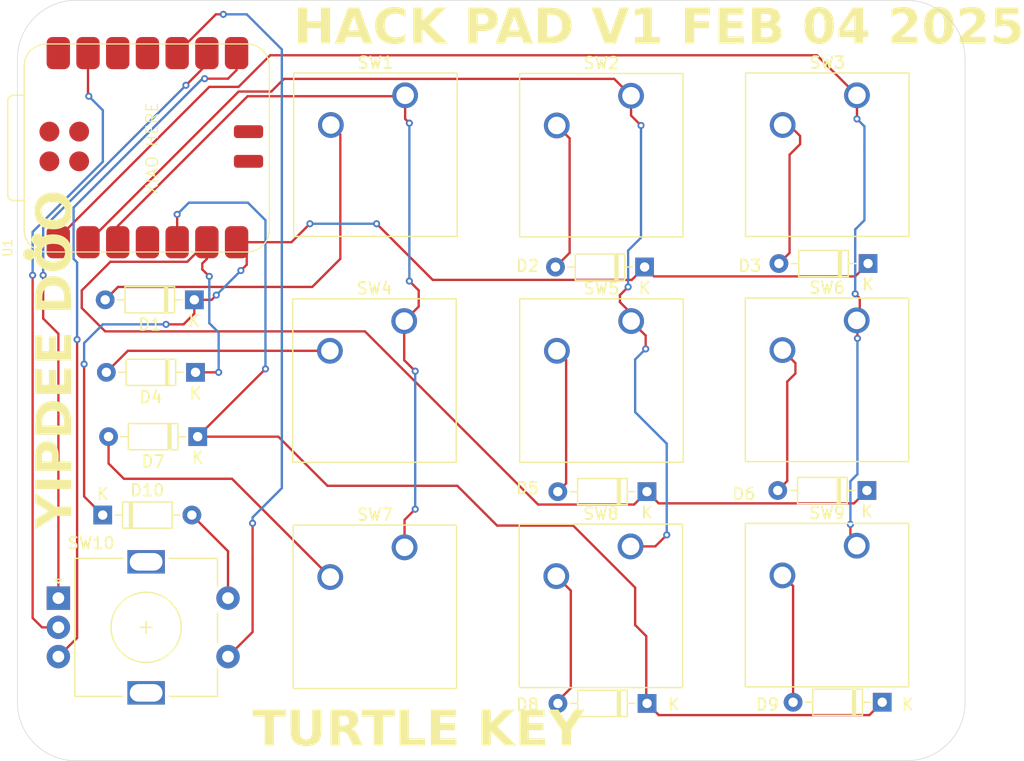
<source format=kicad_pcb>
(kicad_pcb (version 20240108) (generator "pcbnew") (generator_version "8.0")
  (layers (0 "F.Cu" signal) (31 "B.Cu" signal) (34 "B.Paste" user) (35 "F.Paste" user) (36 "B.SilkS" user "B.Silkscreen") (37 "F.SilkS" user "F.Silkscreen") (38 "B.Mask" user) (39 "F.Mask" user) (44 "Edge.Cuts" user))
  (net 0 "")
  (net 1 "ROW0")
  (net 2 "Net-(D3-A)")
  (net 3 "Net-(D4-A)")
  (net 4 "ROW1")
  (net 5 "Net-(D6-A)")
  (net 6 "Net-(D7-A)")
  (net 7 "GND")
  (net 8 "COL0")
  (net 9 "COL1")
  (net 18 "Net-(D1-A)")
  (net 19 "ROW2")
  (net 20 "Net-(D2-A)")
  (net 21 "Net-(D5-A)")
  (net 22 "Net-(D8-A)")
  (net 23 "Net-(D9-A)")
  (net 24 "COL2")
  (net 27 "ECSW2")
  (net 28 "ECB")
  (net 29 "ECA")
  (net 30 "COL3")
  (footprint "Diode_THT:D_DO-35_SOD27_P7.62mm_Horizontal" (layer "F.Cu") (at 118.32 118.8 180)
    (property "Reference" "D9" (at 9.82 -0.2 0) (layer "F.SilkS"))
    (property "Value" "D")
    (fp_line (start 6.58 0) (end 5.93 0) (stroke (width 0.12)) (layer "F.SilkS"))
    (fp_line (start 5.93 1.12) (end 5.93 -1.12) (stroke (width 0.12)) (layer "F.SilkS"))
    (fp_line (start 5.93 -1.12) (end 1.69 -1.12) (stroke (width 0.12)) (layer "F.SilkS"))
    (fp_line (start 2.53 -1.12) (end 2.53 1.12) (stroke (width 0.12)) (layer "F.SilkS"))
    (fp_line (start 2.41 -1.12) (end 2.41 1.12) (stroke (width 0.12)) (layer "F.SilkS"))
    (fp_line (start 2.29 -1.12) (end 2.29 1.12) (stroke (width 0.12)) (layer "F.SilkS"))
    (fp_line (start 1.69 1.12) (end 5.93 1.12) (stroke (width 0.12)) (layer "F.SilkS"))
    (fp_line (start 1.69 -1.12) (end 1.69 1.12) (stroke (width 0.12)) (layer "F.SilkS"))
    (fp_line (start 1.04 0) (end 1.69 0) (stroke (width 0.12)) (layer "F.SilkS"))
    (fp_text user "K" (at -2.18 -0.2 0) (layer "F.SilkS"))
    (pad "1" thru_hole rect (at 0 0 180) (size 1.6 1.6) (drill 0.8) (layers "*.Cu" "*.Mask") (net 19 "ROW2"))
    (pad "2" thru_hole oval (at 7.62 0 180) (size 1.6 1.6) (drill 0.8) (layers "*.Cu" "*.Mask") (net 23 "Net-(D9-A)"))
  )
  (footprint "macropad:RotaryEncoder_Alps_EC11E-Switch_Vertical_H20mm" (layer "F.Cu") (at 47.9 109.9)
    (property "Reference" "SW10" (at 2.8 -4.7 0) (layer "F.SilkS"))
    (property "Value" "RotaryEncoder_Switch")
    (fp_line (start -0.3 -1.6) (end 0.3 -1.6) (stroke (width 0.12)) (layer "F.SilkS"))
    (fp_line (start 0 -1.3) (end -0.3 -1.6) (stroke (width 0.12)) (layer "F.SilkS"))
    (fp_line (start 0.3 -1.6) (end 0 -1.3) (stroke (width 0.12)) (layer "F.SilkS"))
    (fp_line (start 1.4 -3.4) (end 1.4 8.4) (stroke (width 0.12)) (layer "F.SilkS"))
    (fp_line (start 5.5 -3.4) (end 1.4 -3.4) (stroke (width 0.12)) (layer "F.SilkS"))
    (fp_line (start 5.5 8.4) (end 1.4 8.4) (stroke (width 0.12)) (layer "F.SilkS"))
    (fp_line (start 7 2.5) (end 8 2.5) (stroke (width 0.12)) (layer "F.SilkS"))
    (fp_line (start 7.5 2) (end 7.5 3) (stroke (width 0.12)) (layer "F.SilkS"))
    (fp_line (start 9.5 -3.4) (end 13.6 -3.4) (stroke (width 0.12)) (layer "F.SilkS"))
    (fp_line (start 13.6 -3.4) (end 13.6 -1) (stroke (width 0.12)) (layer "F.SilkS"))
    (fp_line (start 13.6 1.2) (end 13.6 3.8) (stroke (width 0.12)) (layer "F.SilkS"))
    (fp_line (start 13.6 6) (end 13.6 8.4) (stroke (width 0.12)) (layer "F.SilkS"))
    (fp_line (start 13.6 8.4) (end 9.5 8.4) (stroke (width 0.12)) (layer "F.SilkS"))
    (fp_circle (center 7.5 2.5) (end 10.5 2.5) (stroke (width 0.12)) (fill none) (layer "F.SilkS"))
    (pad "A" thru_hole rect (at 0 0) (size 2 2) (drill 1) (layers "*.Cu" "*.Mask") (net 29 "ECA"))
    (pad "B" thru_hole circle (at 0 5) (size 2 2) (drill 1) (layers "*.Cu" "*.Mask") (net 28 "ECB"))
    (pad "C" thru_hole circle (at 0 2.5) (size 2 2) (drill 1) (layers "*.Cu" "*.Mask") (net 7 "GND"))
    (pad "MP" thru_hole rect (at 7.5 -3.1) (size 3.2 2) (drill oval 2.8 1.5) (layers "*.Cu" "*.Mask"))
    (pad "MP" thru_hole rect (at 7.5 8.1) (size 3.2 2) (drill oval 2.8 1.5) (layers "*.Cu" "*.Mask"))
    (pad "S1" thru_hole circle (at 14.5 5) (size 2 2) (drill 1) (layers "*.Cu" "*.Mask") (net 30 "COL3"))
    (pad "S2" thru_hole circle (at 14.5 0) (size 2 2) (drill 1) (layers "*.Cu" "*.Mask") (net 27 "ECSW2"))
  )
  (footprint "macropad:SW_Cherry_MX_1.00u_PCB" (layer "F.Cu") (at 77.49 105.56)
    (property "Reference" "SW7" (at -2.54 -2.794 0) (layer "F.SilkS"))
    (property "Value" "~")
    (fp_line (start -9.525 -1.905) (end 4.445 -1.905) (stroke (width 0.12)) (layer "F.SilkS"))
    (fp_line (start -9.525 12.065) (end -9.525 -1.905) (stroke (width 0.12)) (layer "F.SilkS"))
    (fp_line (start 4.445 -1.905) (end 4.445 12.065) (stroke (width 0.12)) (layer "F.SilkS"))
    (fp_line (start 4.445 12.065) (end -9.525 12.065) (stroke (width 0.12)) (layer "F.SilkS"))
    (pad "" np_thru_hole circle (at -7.62 5.08) (size 1.7 1.7) (drill 1.7) (layers "*.Cu" "*.Mask"))
    (pad "" np_thru_hole circle (at -2.54 5.08) (size 4 4) (drill 4) (layers "*.Cu" "*.Mask"))
    (pad "" np_thru_hole circle (at 2.54 5.08) (size 1.7 1.7) (drill 1.7) (layers "*.Cu" "*.Mask"))
    (pad "1" thru_hole circle (at 0 0) (size 2.2 2.2) (drill 1.5) (layers "*.Cu" "*.Mask") (net 8 "COL0"))
    (pad "2" thru_hole circle (at -6.35 2.54) (size 2.2 2.2) (drill 1.5) (layers "*.Cu" "*.Mask") (net 6 "Net-(D7-A)"))
  )
  (footprint "macropad:SW_Cherry_MX_1.00u_PCB" (layer "F.Cu") (at 77.46 86.22)
    (property "Reference" "SW4" (at -2.54 -2.794 0) (layer "F.SilkS"))
    (property "Value" "SW_Push_45deg")
    (fp_line (start -9.525 -1.905) (end 4.445 -1.905) (stroke (width 0.12)) (layer "F.SilkS"))
    (fp_line (start -9.525 12.065) (end -9.525 -1.905) (stroke (width 0.12)) (layer "F.SilkS"))
    (fp_line (start 4.445 -1.905) (end 4.445 12.065) (stroke (width 0.12)) (layer "F.SilkS"))
    (fp_line (start 4.445 12.065) (end -9.525 12.065) (stroke (width 0.12)) (layer "F.SilkS"))
    (pad "" np_thru_hole circle (at -7.62 5.08) (size 1.7 1.7) (drill 1.7) (layers "*.Cu" "*.Mask"))
    (pad "" np_thru_hole circle (at -2.54 5.08) (size 4 4) (drill 4) (layers "*.Cu" "*.Mask"))
    (pad "" np_thru_hole circle (at 2.54 5.08) (size 1.7 1.7) (drill 1.7) (layers "*.Cu" "*.Mask"))
    (pad "1" thru_hole circle (at 0 0) (size 2.2 2.2) (drill 1.5) (layers "*.Cu" "*.Mask") (net 8 "COL0"))
    (pad "2" thru_hole circle (at -6.35 2.54) (size 2.2 2.2) (drill 1.5) (layers "*.Cu" "*.Mask") (net 3 "Net-(D4-A)"))
  )
  (footprint "Diode_THT:D_DO-35_SOD27_P7.62mm_Horizontal" (layer "F.Cu") (at 98.22 118.9 180)
    (property "Reference" "D8" (at 10.22 -0.1 0) (layer "F.SilkS"))
    (property "Value" "D")
    (fp_line (start 6.58 0) (end 5.93 0) (stroke (width 0.12)) (layer "F.SilkS"))
    (fp_line (start 5.93 1.12) (end 5.93 -1.12) (stroke (width 0.12)) (layer "F.SilkS"))
    (fp_line (start 5.93 -1.12) (end 1.69 -1.12) (stroke (width 0.12)) (layer "F.SilkS"))
    (fp_line (start 2.53 -1.12) (end 2.53 1.12) (stroke (width 0.12)) (layer "F.SilkS"))
    (fp_line (start 2.41 -1.12) (end 2.41 1.12) (stroke (width 0.12)) (layer "F.SilkS"))
    (fp_line (start 2.29 -1.12) (end 2.29 1.12) (stroke (width 0.12)) (layer "F.SilkS"))
    (fp_line (start 1.69 1.12) (end 5.93 1.12) (stroke (width 0.12)) (layer "F.SilkS"))
    (fp_line (start 1.69 -1.12) (end 1.69 1.12) (stroke (width 0.12)) (layer "F.SilkS"))
    (fp_line (start 1.04 0) (end 1.69 0) (stroke (width 0.12)) (layer "F.SilkS"))
    (fp_text user "K" (at -2.28 -0.1 0) (layer "F.SilkS"))
    (pad "1" thru_hole rect (at 0 0 180) (size 1.6 1.6) (drill 0.8) (layers "*.Cu" "*.Mask") (net 19 "ROW2"))
    (pad "2" thru_hole oval (at 7.62 0 180) (size 1.6 1.6) (drill 0.8) (layers "*.Cu" "*.Mask") (net 22 "Net-(D8-A)"))
  )
  (footprint "macropad:XIAO-RP2040-SMD" (layer "F.Cu") (at 55.512 71.478 90)
    (property "Reference" "U1" (at -9.335 -11.5 90) (layer "F.SilkS") (effects (font (size 0.78232 0.78232) (thickness 0.10668)) (justify left bottom)))
    (property "Value" "Seeed Studio XIAO RP2040")
    (fp_line (start -3.936272 -11.947) (end 4.059 -11.947) (stroke (width 0.127)) (layer "F.SilkS"))
    (fp_line (start 4.559 -11.447) (end 4.559 -10.537) (stroke (width 0.127)) (layer "F.SilkS"))
    (fp_line (start 7.04 -10.537) (end -6.93 -10.537) (stroke (width 0.1)) (layer "F.SilkS"))
    (fp_line (start -4.44 -10.537) (end -4.436272 -11.447272) (stroke (width 0.127)) (layer "F.SilkS"))
    (fp_line (start 8.945 8.513) (end 8.945 -8.632) (stroke (width 0.1)) (layer "F.SilkS"))
    (fp_line (start -8.835 8.513) (end -8.835 -8.632) (stroke (width 0.1)) (layer "F.SilkS"))
    (fp_line (start -6.93 10.418) (end 7.04 10.418) (stroke (width 0.1)) (layer "F.SilkS"))
    (fp_arc (start 4.059 -11.947) (mid 4.412553 -11.800553) (end 4.559 -11.447) (stroke (width 0.127)) (layer "F.SilkS"))
    (fp_arc (start -4.436272 -11.447272) (mid -4.289724 -11.800644) (end -3.936272 -11.947) (stroke (width 0.127)) (layer "F.SilkS"))
    (fp_arc (start 7.04 -10.537) (mid 8.387038 -9.979038) (end 8.945 -8.632) (stroke (width 0.1)) (layer "F.SilkS"))
    (fp_arc (start -8.835 -8.636) (mid -8.277038 -9.983038) (end -6.93 -10.541) (stroke (width 0.1)) (layer "F.SilkS"))
    (fp_arc (start 8.945 8.513) (mid 8.387038 9.860038) (end 7.04 10.418) (stroke (width 0.1)) (layer "F.SilkS"))
    (fp_arc (start -6.93 10.418) (mid -8.277038 9.860038) (end -8.835 8.513) (stroke (width 0.1)) (layer "F.SilkS"))
    (fp_circle (center -9.045 -10.121) (end -9.045 -10.375) (stroke (width 0.5)) (fill solid) (layer "F.SilkS"))
    (fp_circle (center -7.771 -9.404) (end -7.771 -9.658) (stroke (width 0.5)) (fill solid) (layer "F.SilkS"))
    (pad "1" smd roundrect (at -8 -7.62 90) (size 2.75 2) (layers "F.Cu" "F.Paste" "F.Mask") (net 24 "COL2"))
    (pad "2" smd roundrect (at -8 -5.08 90) (size 2.75 2) (layers "F.Cu" "F.Paste" "F.Mask") (net 9 "COL1"))
    (pad "3" smd roundrect (at -8 -2.54 90) (size 2.75 2) (layers "F.Cu" "F.Paste" "F.Mask") (net 8 "COL0"))
    (pad "4" smd roundrect (at -8 0 90) (size 2.75 2) (layers "F.Cu" "F.Paste" "F.Mask"))
    (pad "5" smd roundrect (at -8 2.54 90) (size 2.75 2) (layers "F.Cu" "F.Paste" "F.Mask") (net 19 "ROW2"))
    (pad "6" smd roundrect (at -8 5.08 90) (size 2.75 2) (layers "F.Cu" "F.Paste" "F.Mask") (net 4 "ROW1"))
    (pad "7" smd roundrect (at -8 7.62 90) (size 2.75 2) (layers "F.Cu" "F.Paste" "F.Mask") (net 1 "ROW0"))
    (pad "8" smd roundrect (at 8.165 7.62 90) (size 2.75 2) (layers "F.Cu" "F.Paste" "F.Mask") (net 28 "ECB"))
    (pad "9" smd roundrect (at 8.165 5.08 90) (size 2.75 2) (layers "F.Cu" "F.Paste" "F.Mask") (net 29 "ECA"))
    (pad "10" smd roundrect (at 8.165 2.54 90) (size 2.75 2) (layers "F.Cu" "F.Paste" "F.Mask") (net 30 "COL3"))
    (pad "11" smd roundrect (at 8.165 0 90) (size 2.75 2) (layers "F.Cu" "F.Paste" "F.Mask"))
    (pad "12" smd roundrect (at 8.165 -2.54 90) (size 2.75 2) (layers "F.Cu" "F.Paste" "F.Mask"))
    (pad "13" smd roundrect (at 8.165 -5.08 90) (size 2.75 2) (layers "F.Cu" "F.Paste" "F.Mask") (net 7 "GND"))
    (pad "14" smd roundrect (at 8.165 -7.62 90) (size 2.75 2) (layers "F.Cu" "F.Paste" "F.Mask"))
    (pad "15" smd roundrect (at -1.088 8.64) (size 2.5 1.1) (layers "F.Cu" "F.Paste" "F.Mask"))
    (pad "16" smd roundrect (at 1.452 8.64) (size 2.5 1.1) (layers "F.Cu" "F.Paste" "F.Mask"))
    (pad "17" smd circle (at -1.088 -8.378 90) (size 1.7 1.7) (layers "F.Cu" "F.Paste" "F.Mask"))
    (pad "18" smd circle (at 1.452 -8.378 90) (size 1.7 1.7) (layers "F.Cu" "F.Paste" "F.Mask"))
    (pad "19" smd circle (at -1.088 -5.838 90) (size 1.7 1.7) (layers "F.Cu" "F.Paste" "F.Mask"))
    (pad "20" smd circle (at 1.452 -5.838 90) (size 1.7 1.7) (layers "F.Cu" "F.Paste" "F.Mask"))
  )
  (footprint "macropad:SW_Cherry_MX_1.00u_PCB" (layer "F.Cu") (at 96.85 66.96)
    (property "Reference" "SW2" (at -2.54 -2.794 0) (layer "F.SilkS"))
    (property "Value" "SW_Push_45deg")
    (fp_line (start -9.525 -1.905) (end 4.445 -1.905) (stroke (width 0.12)) (layer "F.SilkS"))
    (fp_line (start -9.525 12.065) (end -9.525 -1.905) (stroke (width 0.12)) (layer "F.SilkS"))
    (fp_line (start 4.445 -1.905) (end 4.445 12.065) (stroke (width 0.12)) (layer "F.SilkS"))
    (fp_line (start 4.445 12.065) (end -9.525 12.065) (stroke (width 0.12)) (layer "F.SilkS"))
    (pad "" np_thru_hole circle (at -7.62 5.08) (size 1.7 1.7) (drill 1.7) (layers "*.Cu" "*.Mask"))
    (pad "" np_thru_hole circle (at -2.54 5.08) (size 4 4) (drill 4) (layers "*.Cu" "*.Mask"))
    (pad "" np_thru_hole circle (at 2.54 5.08) (size 1.7 1.7) (drill 1.7) (layers "*.Cu" "*.Mask"))
    (pad "1" thru_hole circle (at 0 0) (size 2.2 2.2) (drill 1.5) (layers "*.Cu" "*.Mask") (net 9 "COL1"))
    (pad "2" thru_hole circle (at -6.35 2.54) (size 2.2 2.2) (drill 1.5) (layers "*.Cu" "*.Mask") (net 20 "Net-(D2-A)"))
  )
  (footprint "macropad:SW_Cherry_MX_1.00u_PCB" (layer "F.Cu") (at 96.86 86.22)
    (property "Reference" "SW5" (at -2.54 -2.794 0) (layer "F.SilkS"))
    (property "Value" "SW_Push_45deg")
    (fp_line (start -9.525 -1.905) (end 4.445 -1.905) (stroke (width 0.12)) (layer "F.SilkS"))
    (fp_line (start -9.525 12.065) (end -9.525 -1.905) (stroke (width 0.12)) (layer "F.SilkS"))
    (fp_line (start 4.445 -1.905) (end 4.445 12.065) (stroke (width 0.12)) (layer "F.SilkS"))
    (fp_line (start 4.445 12.065) (end -9.525 12.065) (stroke (width 0.12)) (layer "F.SilkS"))
    (pad "" np_thru_hole circle (at -7.62 5.08) (size 1.7 1.7) (drill 1.7) (layers "*.Cu" "*.Mask"))
    (pad "" np_thru_hole circle (at -2.54 5.08) (size 4 4) (drill 4) (layers "*.Cu" "*.Mask"))
    (pad "" np_thru_hole circle (at 2.54 5.08) (size 1.7 1.7) (drill 1.7) (layers "*.Cu" "*.Mask"))
    (pad "1" thru_hole circle (at 0 0) (size 2.2 2.2) (drill 1.5) (layers "*.Cu" "*.Mask") (net 9 "COL1"))
    (pad "2" thru_hole circle (at -6.35 2.54) (size 2.2 2.2) (drill 1.5) (layers "*.Cu" "*.Mask") (net 21 "Net-(D5-A)"))
  )
  (footprint "macropad:SW_Cherry_MX_1.00u_PCB" (layer "F.Cu") (at 116.16 66.92)
    (property "Reference" "SW3" (at -2.54 -2.794 0) (layer "F.SilkS"))
    (property "Value" "SW_Push_45deg")
    (fp_line (start -9.525 -1.905) (end 4.445 -1.905) (stroke (width 0.12)) (layer "F.SilkS"))
    (fp_line (start -9.525 12.065) (end -9.525 -1.905) (stroke (width 0.12)) (layer "F.SilkS"))
    (fp_line (start 4.445 -1.905) (end 4.445 12.065) (stroke (width 0.12)) (layer "F.SilkS"))
    (fp_line (start 4.445 12.065) (end -9.525 12.065) (stroke (width 0.12)) (layer "F.SilkS"))
    (pad "" np_thru_hole circle (at -7.62 5.08) (size 1.7 1.7) (drill 1.7) (layers "*.Cu" "*.Mask"))
    (pad "" np_thru_hole circle (at -2.54 5.08) (size 4 4) (drill 4) (layers "*.Cu" "*.Mask"))
    (pad "" np_thru_hole circle (at 2.54 5.08) (size 1.7 1.7) (drill 1.7) (layers "*.Cu" "*.Mask"))
    (pad "1" thru_hole circle (at 0 0) (size 2.2 2.2) (drill 1.5) (layers "*.Cu" "*.Mask") (net 24 "COL2"))
    (pad "2" thru_hole circle (at -6.35 2.54) (size 2.2 2.2) (drill 1.5) (layers "*.Cu" "*.Mask") (net 2 "Net-(D3-A)"))
  )
  (footprint "Diode_THT:D_DO-35_SOD27_P7.62mm_Horizontal" (layer "F.Cu") (at 51.69 102.8)
    (property "Reference" "D10" (at 3.81 -2.12 0) (layer "F.SilkS"))
    (property "Value" "D")
    (fp_line (start 1.04 0) (end 1.69 0) (stroke (width 0.12)) (layer "F.SilkS"))
    (fp_line (start 1.69 -1.12) (end 1.69 1.12) (stroke (width 0.12)) (layer "F.SilkS"))
    (fp_line (start 1.69 1.12) (end 5.93 1.12) (stroke (width 0.12)) (layer "F.SilkS"))
    (fp_line (start 2.29 -1.12) (end 2.29 1.12) (stroke (width 0.12)) (layer "F.SilkS"))
    (fp_line (start 2.41 -1.12) (end 2.41 1.12) (stroke (width 0.12)) (layer "F.SilkS"))
    (fp_line (start 2.53 -1.12) (end 2.53 1.12) (stroke (width 0.12)) (layer "F.SilkS"))
    (fp_line (start 5.93 -1.12) (end 1.69 -1.12) (stroke (width 0.12)) (layer "F.SilkS"))
    (fp_line (start 5.93 1.12) (end 5.93 -1.12) (stroke (width 0.12)) (layer "F.SilkS"))
    (fp_line (start 6.58 0) (end 5.93 0) (stroke (width 0.12)) (layer "F.SilkS"))
    (fp_text user "K" (at 0 -1.8 0) (layer "F.SilkS"))
    (pad "1" thru_hole rect (at 0 0) (size 1.6 1.6) (drill 0.8) (layers "*.Cu" "*.Mask") (net 1 "ROW0"))
    (pad "2" thru_hole oval (at 7.62 0) (size 1.6 1.6) (drill 0.8) (layers "*.Cu" "*.Mask") (net 27 "ECSW2"))
  )
  (footprint "Diode_THT:D_DO-35_SOD27_P7.62mm_Horizontal" (layer "F.Cu") (at 117.11 81.3 180)
    (property "Reference" "D3" (at 10.11 -0.2 0) (layer "F.SilkS"))
    (property "Value" "D")
    (fp_line (start 6.58 0) (end 5.93 0) (stroke (width 0.12)) (layer "F.SilkS"))
    (fp_line (start 5.93 1.12) (end 5.93 -1.12) (stroke (width 0.12)) (layer "F.SilkS"))
    (fp_line (start 5.93 -1.12) (end 1.69 -1.12) (stroke (width 0.12)) (layer "F.SilkS"))
    (fp_line (start 2.53 -1.12) (end 2.53 1.12) (stroke (width 0.12)) (layer "F.SilkS"))
    (fp_line (start 2.41 -1.12) (end 2.41 1.12) (stroke (width 0.12)) (layer "F.SilkS"))
    (fp_line (start 2.29 -1.12) (end 2.29 1.12) (stroke (width 0.12)) (layer "F.SilkS"))
    (fp_line (start 1.69 1.12) (end 5.93 1.12) (stroke (width 0.12)) (layer "F.SilkS"))
    (fp_line (start 1.69 -1.12) (end 1.69 1.12) (stroke (width 0.12)) (layer "F.SilkS"))
    (fp_line (start 1.04 0) (end 1.69 0) (stroke (width 0.12)) (layer "F.SilkS"))
    (fp_text user "K" (at 0 -1.8 0) (layer "F.SilkS"))
    (pad "1" thru_hole rect (at 0 0 180) (size 1.6 1.6) (drill 0.8) (layers "*.Cu" "*.Mask") (net 1 "ROW0"))
    (pad "2" thru_hole oval (at 7.62 0 180) (size 1.6 1.6) (drill 0.8) (layers "*.Cu" "*.Mask") (net 2 "Net-(D3-A)"))
  )
  (footprint "Diode_THT:D_DO-35_SOD27_P7.62mm_Horizontal" (layer "F.Cu") (at 117.01 100.7 180)
    (property "Reference" "D6" (at 10.51 -0.3 0) (layer "F.SilkS"))
    (property "Value" "D")
    (fp_line (start 6.58 0) (end 5.93 0) (stroke (width 0.12)) (layer "F.SilkS"))
    (fp_line (start 5.93 1.12) (end 5.93 -1.12) (stroke (width 0.12)) (layer "F.SilkS"))
    (fp_line (start 5.93 -1.12) (end 1.69 -1.12) (stroke (width 0.12)) (layer "F.SilkS"))
    (fp_line (start 2.53 -1.12) (end 2.53 1.12) (stroke (width 0.12)) (layer "F.SilkS"))
    (fp_line (start 2.41 -1.12) (end 2.41 1.12) (stroke (width 0.12)) (layer "F.SilkS"))
    (fp_line (start 2.29 -1.12) (end 2.29 1.12) (stroke (width 0.12)) (layer "F.SilkS"))
    (fp_line (start 1.69 1.12) (end 5.93 1.12) (stroke (width 0.12)) (layer "F.SilkS"))
    (fp_line (start 1.69 -1.12) (end 1.69 1.12) (stroke (width 0.12)) (layer "F.SilkS"))
    (fp_line (start 1.04 0) (end 1.69 0) (stroke (width 0.12)) (layer "F.SilkS"))
    (fp_text user "K" (at 0 -1.8 0) (layer "F.SilkS"))
    (pad "1" thru_hole rect (at 0 0 180) (size 1.6 1.6) (drill 0.8) (layers "*.Cu" "*.Mask") (net 4 "ROW1"))
    (pad "2" thru_hole oval (at 7.62 0 180) (size 1.6 1.6) (drill 0.8) (layers "*.Cu" "*.Mask") (net 5 "Net-(D6-A)"))
  )
  (footprint "Diode_THT:D_DO-35_SOD27_P7.62mm_Horizontal" (layer "F.Cu") (at 98.01 81.6 180)
    (property "Reference" "D2" (at 10.01 0.1 0) (layer "F.SilkS"))
    (property "Value" "D")
    (fp_line (start 6.58 0) (end 5.93 0) (stroke (width 0.12)) (layer "F.SilkS"))
    (fp_line (start 5.93 1.12) (end 5.93 -1.12) (stroke (width 0.12)) (layer "F.SilkS"))
    (fp_line (start 5.93 -1.12) (end 1.69 -1.12) (stroke (width 0.12)) (layer "F.SilkS"))
    (fp_line (start 2.53 -1.12) (end 2.53 1.12) (stroke (width 0.12)) (layer "F.SilkS"))
    (fp_line (start 2.41 -1.12) (end 2.41 1.12) (stroke (width 0.12)) (layer "F.SilkS"))
    (fp_line (start 2.29 -1.12) (end 2.29 1.12) (stroke (width 0.12)) (layer "F.SilkS"))
    (fp_line (start 1.69 1.12) (end 5.93 1.12) (stroke (width 0.12)) (layer "F.SilkS"))
    (fp_line (start 1.69 -1.12) (end 1.69 1.12) (stroke (width 0.12)) (layer "F.SilkS"))
    (fp_line (start 1.04 0) (end 1.69 0) (stroke (width 0.12)) (layer "F.SilkS"))
    (fp_text user "K" (at 0 -1.8 0) (layer "F.SilkS"))
    (pad "1" thru_hole rect (at 0 0 180) (size 1.6 1.6) (drill 0.8) (layers "*.Cu" "*.Mask") (net 1 "ROW0"))
    (pad "2" thru_hole oval (at 7.62 0 180) (size 1.6 1.6) (drill 0.8) (layers "*.Cu" "*.Mask") (net 20 "Net-(D2-A)"))
  )
  (footprint "macropad:SW_Cherry_MX_1.00u_PCB" (layer "F.Cu") (at 116.14 86.16)
    (property "Reference" "SW6" (at -2.54 -2.794 0) (layer "F.SilkS"))
    (property "Value" "SW_Push_45deg")
    (fp_line (start -9.525 -1.905) (end 4.445 -1.905) (stroke (width 0.12)) (layer "F.SilkS"))
    (fp_line (start -9.525 12.065) (end -9.525 -1.905) (stroke (width 0.12)) (layer "F.SilkS"))
    (fp_line (start 4.445 -1.905) (end 4.445 12.065) (stroke (width 0.12)) (layer "F.SilkS"))
    (fp_line (start 4.445 12.065) (end -9.525 12.065) (stroke (width 0.12)) (layer "F.SilkS"))
    (pad "" np_thru_hole circle (at -7.62 5.08) (size 1.7 1.7) (drill 1.7) (layers "*.Cu" "*.Mask"))
    (pad "" np_thru_hole circle (at -2.54 5.08) (size 4 4) (drill 4) (layers "*.Cu" "*.Mask"))
    (pad "" np_thru_hole circle (at 2.54 5.08) (size 1.7 1.7) (drill 1.7) (layers "*.Cu" "*.Mask"))
    (pad "1" thru_hole circle (at 0 0) (size 2.2 2.2) (drill 1.5) (layers "*.Cu" "*.Mask") (net 24 "COL2"))
    (pad "2" thru_hole circle (at -6.35 2.54) (size 2.2 2.2) (drill 1.5) (layers "*.Cu" "*.Mask") (net 5 "Net-(D6-A)"))
  )
  (footprint "Diode_THT:D_DO-35_SOD27_P7.62mm_Horizontal" (layer "F.Cu") (at 59.62 90.6 180)
    (property "Reference" "D4" (at 3.81 -2.12 0) (layer "F.SilkS"))
    (property "Value" "D")
    (fp_line (start 6.58 0) (end 5.93 0) (stroke (width 0.12)) (layer "F.SilkS"))
    (fp_line (start 5.93 1.12) (end 5.93 -1.12) (stroke (width 0.12)) (layer "F.SilkS"))
    (fp_line (start 5.93 -1.12) (end 1.69 -1.12) (stroke (width 0.12)) (layer "F.SilkS"))
    (fp_line (start 2.53 -1.12) (end 2.53 1.12) (stroke (width 0.12)) (layer "F.SilkS"))
    (fp_line (start 2.41 -1.12) (end 2.41 1.12) (stroke (width 0.12)) (layer "F.SilkS"))
    (fp_line (start 2.29 -1.12) (end 2.29 1.12) (stroke (width 0.12)) (layer "F.SilkS"))
    (fp_line (start 1.69 1.12) (end 5.93 1.12) (stroke (width 0.12)) (layer "F.SilkS"))
    (fp_line (start 1.69 -1.12) (end 1.69 1.12) (stroke (width 0.12)) (layer "F.SilkS"))
    (fp_line (start 1.04 0) (end 1.69 0) (stroke (width 0.12)) (layer "F.SilkS"))
    (fp_text user "K" (at 0 -1.8 0) (layer "F.SilkS"))
    (pad "1" thru_hole rect (at 0 0 180) (size 1.6 1.6) (drill 0.8) (layers "*.Cu" "*.Mask") (net 4 "ROW1"))
    (pad "2" thru_hole oval (at 7.62 0 180) (size 1.6 1.6) (drill 0.8) (layers "*.Cu" "*.Mask") (net 3 "Net-(D4-A)"))
  )
  (footprint "Diode_THT:D_DO-35_SOD27_P7.62mm_Horizontal" (layer "F.Cu") (at 59.81 96.1 180)
    (property "Reference" "D7" (at 3.81 -2.12 0) (layer "F.SilkS"))
    (property "Value" "D")
    (fp_line (start 6.58 0) (end 5.93 0) (stroke (width 0.12)) (layer "F.SilkS"))
    (fp_line (start 5.93 1.12) (end 5.93 -1.12) (stroke (width 0.12)) (layer "F.SilkS"))
    (fp_line (start 5.93 -1.12) (end 1.69 -1.12) (stroke (width 0.12)) (layer "F.SilkS"))
    (fp_line (start 2.53 -1.12) (end 2.53 1.12) (stroke (width 0.12)) (layer "F.SilkS"))
    (fp_line (start 2.41 -1.12) (end 2.41 1.12) (stroke (width 0.12)) (layer "F.SilkS"))
    (fp_line (start 2.29 -1.12) (end 2.29 1.12) (stroke (width 0.12)) (layer "F.SilkS"))
    (fp_line (start 1.69 1.12) (end 5.93 1.12) (stroke (width 0.12)) (layer "F.SilkS"))
    (fp_line (start 1.69 -1.12) (end 1.69 1.12) (stroke (width 0.12)) (layer "F.SilkS"))
    (fp_line (start 1.04 0) (end 1.69 0) (stroke (width 0.12)) (layer "F.SilkS"))
    (fp_text user "K" (at 0 -1.8 0) (layer "F.SilkS"))
    (pad "1" thru_hole rect (at 0 0 180) (size 1.6 1.6) (drill 0.8) (layers "*.Cu" "*.Mask") (net 19 "ROW2"))
    (pad "2" thru_hole oval (at 7.62 0 180) (size 1.6 1.6) (drill 0.8) (layers "*.Cu" "*.Mask") (net 6 "Net-(D7-A)"))
  )
  (footprint "macropad:SW_Cherry_MX_1.00u_PCB" (layer "F.Cu") (at 116.14 105.42)
    (property "Reference" "SW9" (at -2.54 -2.794 0) (layer "F.SilkS"))
    (property "Value" "~")
    (fp_line (start -9.525 -1.905) (end 4.445 -1.905) (stroke (width 0.12)) (layer "F.SilkS"))
    (fp_line (start -9.525 12.065) (end -9.525 -1.905) (stroke (width 0.12)) (layer "F.SilkS"))
    (fp_line (start 4.445 -1.905) (end 4.445 12.065) (stroke (width 0.12)) (layer "F.SilkS"))
    (fp_line (start 4.445 12.065) (end -9.525 12.065) (stroke (width 0.12)) (layer "F.SilkS"))
    (pad "" np_thru_hole circle (at -7.62 5.08) (size 1.7 1.7) (drill 1.7) (layers "*.Cu" "*.Mask"))
    (pad "" np_thru_hole circle (at -2.54 5.08) (size 4 4) (drill 4) (layers "*.Cu" "*.Mask"))
    (pad "" np_thru_hole circle (at 2.54 5.08) (size 1.7 1.7) (drill 1.7) (layers "*.Cu" "*.Mask"))
    (pad "1" thru_hole circle (at 0 0) (size 2.2 2.2) (drill 1.5) (layers "*.Cu" "*.Mask") (net 24 "COL2"))
    (pad "2" thru_hole circle (at -6.35 2.54) (size 2.2 2.2) (drill 1.5) (layers "*.Cu" "*.Mask") (net 23 "Net-(D9-A)"))
  )
  (footprint "Diode_THT:D_DO-35_SOD27_P7.62mm_Horizontal" (layer "F.Cu") (at 59.52 84.4 180)
    (property "Reference" "D1" (at 3.81 -2.12 0) (layer "F.SilkS"))
    (property "Value" "Diode")
    (fp_line (start 6.58 0) (end 5.93 0) (stroke (width 0.12)) (layer "F.SilkS"))
    (fp_line (start 5.93 1.12) (end 5.93 -1.12) (stroke (width 0.12)) (layer "F.SilkS"))
    (fp_line (start 5.93 -1.12) (end 1.69 -1.12) (stroke (width 0.12)) (layer "F.SilkS"))
    (fp_line (start 2.53 -1.12) (end 2.53 1.12) (stroke (width 0.12)) (layer "F.SilkS"))
    (fp_line (start 2.41 -1.12) (end 2.41 1.12) (stroke (width 0.12)) (layer "F.SilkS"))
    (fp_line (start 2.29 -1.12) (end 2.29 1.12) (stroke (width 0.12)) (layer "F.SilkS"))
    (fp_line (start 1.69 1.12) (end 5.93 1.12) (stroke (width 0.12)) (layer "F.SilkS"))
    (fp_line (start 1.69 -1.12) (end 1.69 1.12) (stroke (width 0.12)) (layer "F.SilkS"))
    (fp_line (start 1.04 0) (end 1.69 0) (stroke (width 0.12)) (layer "F.SilkS"))
    (fp_text user "K" (at 0 -1.8 0) (layer "F.SilkS"))
    (pad "1" thru_hole rect (at 0 0 180) (size 1.6 1.6) (drill 0.8) (layers "*.Cu" "*.Mask") (net 1 "ROW0"))
    (pad "2" thru_hole oval (at 7.62 0 180) (size 1.6 1.6) (drill 0.8) (layers "*.Cu" "*.Mask") (net 18 "Net-(D1-A)"))
  )
  (footprint "Diode_THT:D_DO-35_SOD27_P7.62mm_Horizontal" (layer "F.Cu") (at 98.21 100.8 180)
    (property "Reference" "D5" (at 10.21 0.3 0) (layer "F.SilkS"))
    (property "Value" "D")
    (fp_line (start 6.58 0) (end 5.93 0) (stroke (width 0.12)) (layer "F.SilkS"))
    (fp_line (start 5.93 1.12) (end 5.93 -1.12) (stroke (width 0.12)) (layer "F.SilkS"))
    (fp_line (start 5.93 -1.12) (end 1.69 -1.12) (stroke (width 0.12)) (layer "F.SilkS"))
    (fp_line (start 2.53 -1.12) (end 2.53 1.12) (stroke (width 0.12)) (layer "F.SilkS"))
    (fp_line (start 2.41 -1.12) (end 2.41 1.12) (stroke (width 0.12)) (layer "F.SilkS"))
    (fp_line (start 2.29 -1.12) (end 2.29 1.12) (stroke (width 0.12)) (layer "F.SilkS"))
    (fp_line (start 1.69 1.12) (end 5.93 1.12) (stroke (width 0.12)) (layer "F.SilkS"))
    (fp_line (start 1.69 -1.12) (end 1.69 1.12) (stroke (width 0.12)) (layer "F.SilkS"))
    (fp_line (start 1.04 0) (end 1.69 0) (stroke (width 0.12)) (layer "F.SilkS"))
    (fp_text user "K" (at 0 -1.8 0) (layer "F.SilkS"))
    (pad "1" thru_hole rect (at 0 0 180) (size 1.6 1.6) (drill 0.8) (layers "*.Cu" "*.Mask") (net 4 "ROW1"))
    (pad "2" thru_hole oval (at 7.62 0 180) (size 1.6 1.6) (drill 0.8) (layers "*.Cu" "*.Mask") (net 21 "Net-(D5-A)"))
  )
  (footprint "macropad:SW_Cherry_MX_1.00u_PCB" (layer "F.Cu") (at 96.81 105.48)
    (property "Reference" "SW8" (at -2.54 -2.794 0) (layer "F.SilkS"))
    (property "Value" "~")
    (fp_line (start -9.525 -1.905) (end 4.445 -1.905) (stroke (width 0.12)) (layer "F.SilkS"))
    (fp_line (start -9.525 12.065) (end -9.525 -1.905) (stroke (width 0.12)) (layer "F.SilkS"))
    (fp_line (start 4.445 -1.905) (end 4.445 12.065) (stroke (width 0.12)) (layer "F.SilkS"))
    (fp_line (start 4.445 12.065) (end -9.525 12.065) (stroke (width 0.12)) (layer "F.SilkS"))
    (pad "" np_thru_hole circle (at -7.62 5.08) (size 1.7 1.7) (drill 1.7) (layers "*.Cu" "*.Mask"))
    (pad "" np_thru_hole circle (at -2.54 5.08) (size 4 4) (drill 4) (layers "*.Cu" "*.Mask"))
    (pad "" np_thru_hole circle (at 2.54 5.08) (size 1.7 1.7) (drill 1.7) (layers "*.Cu" "*.Mask"))
    (pad "1" thru_hole circle (at 0 0) (size 2.2 2.2) (drill 1.5) (layers "*.Cu" "*.Mask") (net 9 "COL1"))
    (pad "2" thru_hole circle (at -6.35 2.54) (size 2.2 2.2) (drill 1.5) (layers "*.Cu" "*.Mask") (net 22 "Net-(D8-A)"))
  )
  (footprint "macropad:SW_Cherry_MX_1.00u_PCB" (layer "F.Cu") (at 77.54 66.92)
    (property "Reference" "SW1" (at -2.54 -2.794 0) (layer "F.SilkS"))
    (property "Value" "SW_Push_45deg")
    (fp_line (start -9.525 -1.905) (end 4.445 -1.905) (stroke (width 0.12)) (layer "F.SilkS"))
    (fp_line (start -9.525 12.065) (end -9.525 -1.905) (stroke (width 0.12)) (layer "F.SilkS"))
    (fp_line (start 4.445 -1.905) (end 4.445 12.065) (stroke (width 0.12)) (layer "F.SilkS"))
    (fp_line (start 4.445 12.065) (end -9.525 12.065) (stroke (width 0.12)) (layer "F.SilkS"))
    (pad "" np_thru_hole circle (at -7.62 5.08) (size 1.7 1.7) (drill 1.7) (layers "*.Cu" "*.Mask"))
    (pad "" np_thru_hole circle (at -2.54 5.08) (size 4 4) (drill 4) (layers "*.Cu" "*.Mask"))
    (pad "" np_thru_hole circle (at 2.54 5.08) (size 1.7 1.7) (drill 1.7) (layers "*.Cu" "*.Mask"))
    (pad "1" thru_hole circle (at 0 0) (size 2.2 2.2) (drill 1.5) (layers "*.Cu" "*.Mask") (net 8 "COL0"))
    (pad "2" thru_hole circle (at -6.35 2.54) (size 2.2 2.2) (drill 1.5) (layers "*.Cu" "*.Mask") (net 18 "Net-(D1-A)"))
  )
  (gr_arc (start 125.4 118.8) (mid 123.935534 122.335534) (end 120.4 123.8) (stroke (width 0.05)) (layer "Edge.Cuts"))
  (gr_line (start 120.4 123.8) (end 49.4 123.8) (stroke (width 0.05)) (layer "Edge.Cuts"))
  (gr_line (start 49.4 58.8) (end 120.4 58.8) (stroke (width 0.05)) (layer "Edge.Cuts"))
  (gr_line (start 125.4 63.8) (end 125.4 118.8) (stroke (width 0.05)) (layer "Edge.Cuts"))
  (gr_line (start 44.4 118.8) (end 44.4 63.8) (stroke (width 0.05)) (layer "Edge.Cuts"))
  (gr_arc (start 44.4 63.8) (mid 45.864466 60.264466) (end 49.4 58.8) (stroke (width 0.05)) (layer "Edge.Cuts"))
  (gr_arc (start 120.4 58.8) (mid 123.935534 60.264466) (end 125.4 63.8) (stroke (width 0.05)) (layer "Edge.Cuts"))
  (gr_arc (start 49.4 123.8) (mid 45.864466 122.335534) (end 44.4 118.8) (stroke (width 0.05)) (layer "Edge.Cuts"))
  (gr_text "HACK PAD V1 FEB 04 2025" (at 68 63 0) (layer "F.SilkS") (effects (font (size 3 3) (thickness 0.1)) (justify left bottom)))
  (gr_text "YIPDEE DOO" (at 49.5 104 90) (layer "F.SilkS") (effects (font (size 3 3) (thickness 0.1)) (justify left bottom)))
  (gr_text "TURTLE KEY" (at 64.5 123 0) (layer "F.SilkS") (effects (font (size 3 3) (thickness 0.1)) (justify left bottom)))
  (gr_text "XIAO HERE" (at 56.5 75.5 90) (layer "F.SilkS") (effects (font (size 1 1) (thickness 0.1)) (justify left bottom)))
  (segment (start 98.01 81.6) (end 96.91 82.7) (width 0.2) (layer "F.Cu") (net 1))
  (segment (start 117.11 81.3) (end 116.01 82.4) (width 0.2) (layer "F.Cu") (net 1))
  (segment (start 50.1 101) (end 50.1 89.9) (width 0.2) (layer "F.Cu") (net 1))
  (segment (start 51.69 102.8) (end 50.1 101.21) (width 0.2) (layer "F.Cu") (net 1))
  (segment (start 58.6 86.5) (end 59.52 85.58) (width 0.2) (layer "F.Cu") (net 1))
  (segment (start 64 81.4) (end 64 80.346) (width 0.2) (layer "F.Cu") (net 1))
  (segment (start 59.52 84.4) (end 61 84.4) (width 0.2) (layer "F.Cu") (net 1))
  (segment (start 116.01 82.4) (end 98.81 82.4) (width 0.2) (layer "F.Cu") (net 1))
  (segment (start 98.81 82.4) (end 98.01 81.6) (width 0.2) (layer "F.Cu") (net 1))
  (segment (start 67.822 79.478) (end 63.132 79.478) (width 0.2) (layer "F.Cu") (net 1))
  (segment (start 57.1 86.5) (end 58.6 86.5) (width 0.2) (layer "F.Cu") (net 1))
  (segment (start 63.5 81.9) (end 64 81.4) (width 0.2) (layer "F.Cu") (net 1))
  (segment (start 64 80.346) (end 63.132 79.478) (width 0.2) (layer "F.Cu") (net 1))
  (segment (start 61 84.4) (end 61.4 84) (width 0.2) (layer "F.Cu") (net 1))
  (segment (start 59.52 85.58) (end 59.52 84.4) (width 0.2) (layer "F.Cu") (net 1))
  (segment (start 79.9 82.7) (end 75.1 77.9) (width 0.2) (layer "F.Cu") (net 1))
  (segment (start 96.91 82.7) (end 79.9 82.7) (width 0.2) (layer "F.Cu") (net 1))
  (segment (start 69.4 77.9) (end 67.822 79.478) (width 0.2) (layer "F.Cu") (net 1))
  (segment (start 50.1 101.21) (end 50.1 101) (width 0.2) (layer "F.Cu") (net 1))
  (via (at 63.5 81.9) (size 0.6) (drill 0.3) (layers "F.Cu" "B.Cu") (net 1))
  (via (at 61.4 84) (size 0.6) (drill 0.3) (layers "F.Cu" "B.Cu") (net 1))
  (via (at 57.1 86.5) (size 0.6) (drill 0.3) (layers "F.Cu" "B.Cu") (net 1))
  (via (at 75.1 77.9) (size 0.6) (drill 0.3) (layers "F.Cu" "B.Cu") (net 1))
  (via (at 69.4 77.9) (size 0.6) (drill 0.3) (layers "F.Cu" "B.Cu") (net 1))
  (via (at 50.1 89.9) (size 0.6) (drill 0.3) (layers "F.Cu" "B.Cu") (net 1))
  (segment (start 50.1 89.9) (end 50.1 88.1) (width 0.2) (layer "B.Cu") (net 1))
  (segment (start 75.1 77.9) (end 69.4 77.9) (width 0.2) (layer "B.Cu") (net 1))
  (segment (start 50.1 88.1) (end 50.2 88) (width 0.2) (layer "B.Cu") (net 1))
  (segment (start 51.7 86.5) (end 57.1 86.5) (width 0.2) (layer "B.Cu") (net 1))
  (segment (start 50.2 88) (end 51.7 86.5) (width 0.2) (layer "B.Cu") (net 1))
  (segment (start 61.4 84) (end 63.5 81.9) (width 0.2) (layer "B.Cu") (net 1))
  (segment (start 109.49 81.3) (end 110.4 80.39) (width 0.2) (layer "F.Cu") (net 2))
  (segment (start 111.3 70.4) (end 110.36 69.46) (width 0.2) (layer "F.Cu") (net 2))
  (segment (start 111.3 71.1) (end 111.3 70.4) (width 0.2) (layer "F.Cu") (net 2))
  (segment (start 110.4 80.39) (end 110.4 72) (width 0.2) (layer "F.Cu") (net 2))
  (segment (start 110.4 72) (end 111.3 71.1) (width 0.2) (layer "F.Cu") (net 2))
  (segment (start 110.36 69.46) (end 109.81 69.46) (width 0.2) (layer "F.Cu") (net 2))
  (segment (start 52 90.6) (end 53.84 88.76) (width 0.2) (layer "F.Cu") (net 3))
  (segment (start 53.84 88.76) (end 71.11 88.76) (width 0.2) (layer "F.Cu") (net 3))
  (segment (start 59.62 90.6) (end 61.6 90.6) (width 0.2) (layer "F.Cu") (net 4))
  (segment (start 74.102944 87.1) (end 51.9 87.1) (width 0.2) (layer "F.Cu") (net 4))
  (segment (start 99.21 101.8) (end 98.21 100.8) (width 0.2) (layer "F.Cu") (net 4))
  (segment (start 49.9 85.1) (end 49.9 83.6) (width 0.2) (layer "F.Cu") (net 4))
  (segment (start 117.01 100.7) (end 115.91 101.8) (width 0.2) (layer "F.Cu") (net 4))
  (segment (start 58.917 81.153) (end 60.592 79.478) (width 0.2) (layer "F.Cu") (net 4))
  (segment (start 97.11 101.9) (end 88.902944 101.9) (width 0.2) (layer "F.Cu") (net 4))
  (segment (start 60.2 81.8) (end 60.2 81.3) (width 0.2) (layer "F.Cu") (net 4))
  (segment (start 88.902944 101.9) (end 74.102944 87.1) (width 0.2) (layer "F.Cu") (net 4))
  (segment (start 60.8 82.4) (end 60.2 81.8) (width 0.2) (layer "F.Cu") (net 4))
  (segment (start 49.9 83.6) (end 52.347 81.153) (width 0.2) (layer "F.Cu") (net 4))
  (segment (start 60.592 80.908) (end 60.592 79.478) (width 0.2) (layer "F.Cu") (net 4))
  (segment (start 98.21 100.8) (end 97.11 101.9) (width 0.2) (layer "F.Cu") (net 4))
  (segment (start 115.91 101.8) (end 99.21 101.8) (width 0.2) (layer "F.Cu") (net 4))
  (segment (start 60.2 81.3) (end 60.592 80.908) (width 0.2) (layer "F.Cu") (net 4))
  (segment (start 52.347 81.153) (end 58.917 81.153) (width 0.2) (layer "F.Cu") (net 4))
  (segment (start 51.9 87.1) (end 49.9 85.1) (width 0.2) (layer "F.Cu") (net 4))
  (via (at 60.8 82.4) (size 0.6) (drill 0.3) (layers "F.Cu" "B.Cu") (net 4))
  (via (at 61.6 90.6) (size 0.6) (drill 0.3) (layers "F.Cu" "B.Cu") (net 4))
  (segment (start 61 86.6) (end 60.8 86.4) (width 0.2) (layer "B.Cu") (net 4))
  (segment (start 60.8 86.4) (end 60.8 82.4) (width 0.2) (layer "B.Cu") (net 4))
  (segment (start 61.6 90.6) (end 61.6 89.7) (width 0.2) (layer "B.Cu") (net 4))
  (segment (start 61.6 89.7) (end 61.6 87.2) (width 0.2) (layer "B.Cu") (net 4))
  (segment (start 61.6 87.2) (end 61 86.6) (width 0.2) (layer "B.Cu") (net 4))
  (segment (start 110.9 89.81) (end 109.79 88.7) (width 0.2) (layer "F.Cu") (net 5))
  (segment (start 109.39 100.7) (end 110.2 99.89) (width 0.2) (layer "F.Cu") (net 5))
  (segment (start 110.9 90.7) (end 110.9 89.81) (width 0.2) (layer "F.Cu") (net 5))
  (segment (start 110.2 91.4) (end 110.9 90.7) (width 0.2) (layer "F.Cu") (net 5))
  (segment (start 110.2 99.89) (end 110.2 91.4) (width 0.2) (layer "F.Cu") (net 5))
  (segment (start 52.19 96.1) (end 52.19 98.39) (width 0.2) (layer "F.Cu") (net 6))
  (segment (start 52.19 98.39) (end 53.5 99.7) (width 0.2) (layer "F.Cu") (net 6))
  (segment (start 62.74 99.7) (end 71.14 108.1) (width 0.2) (layer "F.Cu") (net 6))
  (segment (start 53.5 99.7) (end 62.74 99.7) (width 0.2) (layer "F.Cu") (net 6))
  (segment (start 71.14 108.1) (end 71.8 108.76) (width 0.2) (layer "F.Cu") (net 6))
  (segment (start 46.5 112.4) (end 45.7 111.6) (width 0.2) (layer "F.Cu") (net 7))
  (segment (start 50.432 66.932) (end 50.432 63.313) (width 0.2) (layer "F.Cu") (net 7))
  (segment (start 45.7 82.3) (end 45.8 82.2) (width 0.2) (layer "F.Cu") (net 7))
  (segment (start 45.7 111.6) (end 45.7 82.3) (width 0.2) (layer "F.Cu") (net 7))
  (segment (start 50.5 67) (end 50.432 66.932) (width 0.2) (layer "F.Cu") (net 7))
  (segment (start 47.9 112.4) (end 46.5 112.4) (width 0.2) (layer "F.Cu") (net 7))
  (via (at 45.7 82.3) (size 0.6) (drill 0.3) (layers "F.Cu" "B.Cu") (net 7))
  (via (at 50.5 67) (size 0.6) (drill 0.3) (layers "F.Cu" "B.Cu") (net 7))
  (segment (start 45.7 78.6) (end 51.7 72.6) (width 0.2) (layer "B.Cu") (net 7))
  (segment (start 51.7 68.2) (end 50.5 67) (width 0.2) (layer "B.Cu") (net 7))
  (segment (start 51.7 72.6) (end 51.7 68.2) (width 0.2) (layer "B.Cu") (net 7))
  (segment (start 50.5 67) (end 50.4 66.9) (width 0.2) (layer "B.Cu") (net 7))
  (segment (start 45.7 82.3) (end 45.7 78.6) (width 0.2) (layer "B.Cu") (net 7))
  (segment (start 77.54 66.92) (end 77.54 68.94) (width 0.2) (layer "F.Cu") (net 8))
  (segment (start 78.7 83.6) (end 78.7 84.98) (width 0.2) (layer "F.Cu") (net 8))
  (segment (start 77.46 86.22) (end 77.46 89.56) (width 0.2) (layer "F.Cu") (net 8))
  (segment (start 64.075 67) (end 77.46 67) (width 0.2) (layer "F.Cu") (net 8))
  (segment (start 77.49 103.21) (end 77.49 105.56) (width 0.2) (layer "F.Cu") (net 8))
  (segment (start 77.9 82.8) (end 78.7 83.6) (width 0.2) (layer "F.Cu") (net 8))
  (segment (start 77.54 68.94) (end 77.9 69.3) (width 0.2) (layer "F.Cu") (net 8))
  (segment (start 52.972 79.478) (end 52.972 78.103) (width 0.2) (layer "F.Cu") (net 8))
  (segment (start 52.972 78.103) (end 64.075 67) (width 0.2) (layer "F.Cu") (net 8))
  (segment (start 77.46 105.53) (end 77.49 105.56) (width 0.2) (layer "F.Cu") (net 8))
  (segment (start 78.4 102.3) (end 77.49 103.21) (width 0.2) (layer "F.Cu") (net 8))
  (segment (start 78.7 84.98) (end 77.46 86.22) (width 0.2) (layer "F.Cu") (net 8))
  (segment (start 77.46 89.56) (end 78.4 90.5) (width 0.2) (layer "F.Cu") (net 8))
  (segment (start 77.46 67) (end 77.54 66.92) (width 0.2) (layer "F.Cu") (net 8))
  (via (at 77.9 69.3) (size 0.6) (drill 0.3) (layers "F.Cu" "B.Cu") (net 8))
  (via (at 78.4 102.3) (size 0.6) (drill 0.3) (layers "F.Cu" "B.Cu") (net 8))
  (via (at 77.9 82.8) (size 0.6) (drill 0.3) (layers "F.Cu" "B.Cu") (net 8))
  (via (at 78.4 90.5) (size 0.6) (drill 0.3) (layers "F.Cu" "B.Cu") (net 8))
  (segment (start 77.9 69.3) (end 77.9 82.8) (width 0.2) (layer "B.Cu") (net 8))
  (segment (start 78.4 90.5) (end 78.4 102.3) (width 0.2) (layer "B.Cu") (net 8))
  (segment (start 98.92 105.48) (end 96.81 105.48) (width 0.2) (layer "F.Cu") (net 9))
  (segment (start 96.86 105.43) (end 96.81 105.48) (width 0.2) (layer "F.Cu") (net 9))
  (segment (start 95.41 65.52) (end 96.85 66.96) (width 0.2) (layer "F.Cu") (net 9))
  (segment (start 96.85 68.65) (end 97.7 69.5) (width 0.2) (layer "F.Cu") (net 9))
  (segment (start 96.86 86.22) (end 98.1 87.46) (width 0.2) (layer "F.Cu") (net 9))
  (segment (start 63.31 66.6) (end 66.1 66.6) (width 0.2) (layer "F.Cu") (net 9))
  (segment (start 66.1 66.6) (end 67.18 65.52) (width 0.2) (layer "F.Cu") (net 9))
  (segment (start 96.86 85.56) (end 96.86 86.22) (width 0.2) (layer "F.Cu") (net 9))
  (segment (start 96.6 83.3) (end 95.9 84) (width 0.2) (layer "F.Cu") (net 9))
  (segment (start 50.432 79.478) (end 63.31 66.6) (width 0.2) (layer "F.Cu") (net 9))
  (segment (start 96.85 66.96) (end 96.85 68.65) (width 0.2) (layer "F.Cu") (net 9))
  (segment (start 67.18 65.52) (end 95.41 65.52) (width 0.2) (layer "F.Cu") (net 9))
  (segment (start 98.1 87.46) (end 98.1 88.6) (width 0.2) (layer "F.Cu") (net 9))
  (segment (start 95.9 84) (end 95.9 84.6) (width 0.2) (layer "F.Cu") (net 9))
  (segment (start 99.9 104.5) (end 98.92 105.48) (width 0.2) (layer "F.Cu") (net 9))
  (segment (start 96.85 86.21) (end 96.86 86.22) (width 0.2) (layer "F.Cu") (net 9))
  (segment (start 95.9 84.6) (end 96.86 85.56) (width 0.2) (layer "F.Cu") (net 9))
  (via (at 96.6 83.3) (size 0.6) (drill 0.3) (layers "F.Cu" "B.Cu") (net 9))
  (via (at 99.9 104.5) (size 0.6) (drill 0.3) (layers "F.Cu" "B.Cu") (net 9))
  (via (at 97.7 69.5) (size 0.6) (drill 0.3) (layers "F.Cu" "B.Cu") (net 9))
  (via (at 98.1 88.6) (size 0.6) (drill 0.3) (layers "F.Cu" "B.Cu") (net 9))
  (segment (start 97.2 89.6) (end 97.2 94) (width 0.2) (layer "B.Cu") (net 9))
  (segment (start 97.2 94) (end 99.9 96.7) (width 0.2) (layer "B.Cu") (net 9))
  (segment (start 97.7 79.09) (end 96.6 80.19) (width 0.2) (layer "B.Cu") (net 9))
  (segment (start 96.6 82.4) (end 96.6 83.3) (width 0.2) (layer "B.Cu") (net 9))
  (segment (start 97.2 89.5) (end 97.2 89.6) (width 0.2) (layer "B.Cu") (net 9))
  (segment (start 98.1 88.6) (end 97.2 89.5) (width 0.2) (layer "B.Cu") (net 9))
  (segment (start 99.9 96.7) (end 99.9 104.5) (width 0.2) (layer "B.Cu") (net 9))
  (segment (start 96.6 80.19) (end 96.6 82.4) (width 0.2) (layer "B.Cu") (net 9))
  (segment (start 97.7 69.5) (end 97.7 79.09) (width 0.2) (layer "B.Cu") (net 9))
  (segment (start 53 83.3) (end 69.6 83.3) (width 0.2) (layer "F.Cu") (net 18))
  (segment (start 72 80.9) (end 72 70.27) (width 0.2) (layer "F.Cu") (net 18))
  (segment (start 69.6 83.3) (end 72 80.9) (width 0.2) (layer "F.Cu") (net 18))
  (segment (start 51.9 84.4) (end 53 83.3) (width 0.2) (layer "F.Cu") (net 18))
  (segment (start 72 70.27) (end 71.19 69.46) (width 0.2) (layer "F.Cu") (net 18))
  (segment (start 85.4 103.7) (end 82 100.3) (width 0.2) (layer "F.Cu") (net 19))
  (segment (start 58.052 77.1) (end 58.052 77.052) (width 0.2) (layer "F.Cu") (net 19))
  (segment (start 117.22 119.9) (end 99.22 119.9) (width 0.2) (layer "F.Cu") (net 19))
  (segment (start 98.15 118.83) (end 98.15 113.15) (width 0.2) (layer "F.Cu") (net 19))
  (segment (start 98.22 118.9) (end 98.15 118.83) (width 0.2) (layer "F.Cu") (net 19))
  (segment (start 70.9 100.3) (end 66.7 96.1) (width 0.2) (layer "F.Cu") (net 19))
  (segment (start 91.9 103.7) (end 85.4 103.7) (width 0.2) (layer "F.Cu") (net 19))
  (segment (start 99.22 119.9) (end 98.22 118.9) (width 0.2) (layer "F.Cu") (net 19))
  (segment (start 65.6 90.31) (end 59.81 96.1) (width 0.2) (layer "F.Cu") (net 19))
  (segment (start 118.32 118.8) (end 117.22 119.9) (width 0.2) (layer "F.Cu") (net 19))
  (segment (start 82 100.3) (end 70.9 100.3) (width 0.2) (layer "F.Cu") (net 19))
  (segment (start 97.2 112.2) (end 97.2 109) (width 0.2) (layer "F.Cu") (net 19))
  (segment (start 58.052 79.478) (end 58.052 77.1) (width 0.2) (layer "F.Cu") (net 19))
  (segment (start 98.15 113.15) (end 97.2 112.2) (width 0.2) (layer "F.Cu") (net 19))
  (segment (start 66.7 96.1) (end 59.81 96.1) (width 0.2) (layer "F.Cu") (net 19))
  (segment (start 97.2 109) (end 91.9 103.7) (width 0.2) (layer "F.Cu") (net 19))
  (via (at 58.052 77.1) (size 0.6) (drill 0.3) (layers "F.Cu" "B.Cu") (net 19))
  (via (at 65.6 90.31) (size 0.6) (drill 0.3) (layers "F.Cu" "B.Cu") (net 19))
  (segment (start 58.052 77.1) (end 59.052 76.1) (width 0.2) (layer "B.Cu") (net 19))
  (segment (start 65.6 77.6) (end 65.6 90.31) (width 0.2) (layer "B.Cu") (net 19))
  (segment (start 64.1 76.1) (end 65.6 77.6) (width 0.2) (layer "B.Cu") (net 19))
  (segment (start 59.052 76.1) (end 64.1 76.1) (width 0.2) (layer "B.Cu") (net 19))
  (segment (start 91.6 80.39) (end 90.39 81.6) (width 0.2) (layer "F.Cu") (net 20))
  (segment (start 90.5 69.5) (end 91.6 70.6) (width 0.2) (layer "F.Cu") (net 20))
  (segment (start 91.6 70.6) (end 91.6 80.39) (width 0.2) (layer "F.Cu") (net 20))
  (segment (start 91.3 100.09) (end 90.59 100.8) (width 0.2) (layer "F.Cu") (net 21))
  (segment (start 91.3 89.55) (end 91.3 100.09) (width 0.2) (layer "F.Cu") (net 21))
  (segment (start 90.51 88.76) (end 91.3 89.55) (width 0.2) (layer "F.Cu") (net 21))
  (segment (start 91.7 117.59) (end 90.59 118.7) (width 0.2) (layer "F.Cu") (net 22))
  (segment (start 90.46 108.02) (end 91.7 109.26) (width 0.2) (layer "F.Cu") (net 22))
  (segment (start 91.7 109.26) (end 91.7 117.59) (width 0.2) (layer "F.Cu") (net 22))
  (segment (start 109.79 107.96) (end 110.7 108.87) (width 0.2) (layer "F.Cu") (net 23))
  (segment (start 110.7 108.87) (end 110.7 118.8) (width 0.2) (layer "F.Cu") (net 23))
  (segment (start 47.892 79.108) (end 60.8 66.2) (width 0.2) (layer "F.Cu") (net 24))
  (segment (start 116.2 86.22) (end 116.2 87.7) (width 0.2) (layer "F.Cu") (net 24))
  (segment (start 115.6 103.6) (end 115.6 104.88) (width 0.2) (layer "F.Cu") (net 24))
  (segment (start 116.6 85.7) (end 116.14 86.16) (width 0.2) (layer "F.Cu") (net 24))
  (segment (start 116.4 84.28) (end 116.4 85.9) (width 0.2) (layer "F.Cu") (net 24))
  (segment (start 116.14 86.16) (end 116.2 86.22) (width 0.2) (layer "F.Cu") (net 24))
  (segment (start 60.8 66.2) (end 63.3 66.2) (width 0.2) (layer "F.Cu") (net 24))
  (segment (start 66 63.5) (end 112.74 63.5) (width 0.2) (layer "F.Cu") (net 24))
  (segment (start 116.01 83.89) (end 116.4 84.28) (width 0.2) (layer "F.Cu") (net 24))
  (segment (start 63.3 66.2) (end 66 63.5) (width 0.2) (layer "F.Cu") (net 24))
  (segment (start 47.892 79.478) (end 47.892 79.108) (width 0.2) (layer "F.Cu") (net 24))
  (segment (start 116.4 85.9) (end 116.14 86.16) (width 0.2) (layer "F.Cu") (net 24))
  (segment (start 116.16 68.8) (end 116.16 68.94) (width 0.2) (layer "F.Cu") (net 24))
  (segment (start 116.16 66.92) (end 116.16 68.8) (width 0.2) (layer "F.Cu") (net 24))
  (segment (start 112.74 63.5) (end 116.16 66.92) (width 0.2) (layer "F.Cu") (net 24))
  (segment (start 115.6 104.88) (end 116.14 105.42) (width 0.2) (layer "F.Cu") (net 24))
  (via (at 116.01 83.89) (size 0.6) (drill 0.3) (layers "F.Cu" "B.Cu") (net 24))
  (via (at 115.6 103.6) (size 0.6) (drill 0.3) (layers "F.Cu" "B.Cu") (net 24))
  (via (at 116.2 87.7) (size 0.6) (drill 0.3) (layers "F.Cu" "B.Cu") (net 24))
  (via (at 116.16 68.94) (size 0.6) (drill 0.3) (layers "F.Cu" "B.Cu") (net 24))
  (segment (start 116.01 78.39) (end 116.01 83.89) (width 0.2) (layer "B.Cu") (net 24))
  (segment (start 116.1 78.3) (end 116.01 78.39) (width 0.2) (layer "B.Cu") (net 24))
  (segment (start 115.6 99.91) (end 115.6 103.6) (width 0.2) (layer "B.Cu") (net 24))
  (segment (start 116.16 68.94) (end 116.8 69.58) (width 0.2) (layer "B.Cu") (net 24))
  (segment (start 116.8 71.5) (end 116.8 77.6) (width 0.2) (layer "B.Cu") (net 24))
  (segment (start 116.8 77.6) (end 116.1 78.3) (width 0.2) (layer "B.Cu") (net 24))
  (segment (start 116.2 99.31) (end 115.6 99.91) (width 0.2) (layer "B.Cu") (net 24))
  (segment (start 116.8 69.58) (end 116.8 71.5) (width 0.2) (layer "B.Cu") (net 24))
  (segment (start 116.2 87.7) (end 116.2 99.31) (width 0.2) (layer "B.Cu") (net 24))
  (segment (start 62.4 105.89) (end 59.31 102.8) (width 0.2) (layer "F.Cu") (net 27))
  (segment (start 62.4 109.9) (end 62.4 105.89) (width 0.2) (layer "F.Cu") (net 27))
  (segment (start 62.4 65.5) (end 63.132 64.768) (width 0.2) (layer "F.Cu") (net 28))
  (segment (start 49.5 113.3) (end 49.5 112.7) (width 0.2) (layer "F.Cu") (net 28))
  (segment (start 63.132 64.768) (end 63.132 63.313) (width 0.2) (layer "F.Cu") (net 28))
  (segment (start 49.5 112.7) (end 49.5 87.8) (width 0.2) (layer "F.Cu") (net 28))
  (segment (start 47.9 114.9) (end 49.5 113.3) (width 0.2) (layer "F.Cu") (net 28))
  (segment (start 60.4 65.5) (end 62.4 65.5) (width 0.2) (layer "F.Cu") (net 28))
  (via (at 60.4 65.5) (size 0.6) (drill 0.3) (layers "F.Cu" "B.Cu") (net 28))
  (via (at 49.5 87.8) (size 0.6) (drill 0.3) (layers "F.Cu" "B.Cu") (net 28))
  (segment (start 49.2 76.514216) (end 50.157108 75.557108) (width 0.2) (layer "B.Cu") (net 28))
  (segment (start 49.2 80.9) (end 49.2 76.514216) (width 0.2) (layer "B.Cu") (net 28))
  (segment (start 50.157108 75.557108) (end 60.214215 65.5) (width 0.2) (layer "B.Cu") (net 28))
  (segment (start 49.5 81.2) (end 49.2 80.9) (width 0.2) (layer "B.Cu") (net 28))
  (segment (start 49.5 87.8) (end 49.5 81.2) (width 0.2) (layer "B.Cu") (net 28))
  (segment (start 60.214215 65.5) (end 60.4 65.5) (width 0.2) (layer "B.Cu") (net 28))
  (segment (start 47.9 109.9) (end 47.9 87.3) (width 0.2) (layer "F.Cu") (net 29))
  (segment (start 47.9 87.3) (end 46.6 86) (width 0.2) (layer "F.Cu") (net 29))
  (segment (start 58.8 66.065686) (end 60.592 64.273686) (width 0.2) (layer "F.Cu") (net 29))
  (segment (start 60.592 64.273686) (end 60.592 63.313) (width 0.2) (layer "F.Cu") (net 29))
  (segment (start 46.6 86) (end 46.6 82.3) (width 0.2) (layer "F.Cu") (net 29))
  (via (at 46.6 82.3) (size 0.6) (drill 0.3) (layers "F.Cu" "B.Cu") (net 29))
  (via (at 58.8 66.065686) (size 0.6) (drill 0.3) (layers "F.Cu" "B.Cu") (net 29))
  (segment (start 46.6 82.3) (end 46.6 78.265686) (width 0.2) (layer "B.Cu") (net 29))
  (segment (start 46.6 78.265686) (end 58.8 66.065686) (width 0.2) (layer "B.Cu") (net 29))
  (segment (start 64.5 106.5) (end 64.5 103.5) (width 0.2) (layer "F.Cu") (net 30))
  (segment (start 62 60) (end 61.365 60) (width 0.2) (layer "F.Cu") (net 30))
  (segment (start 62.4 114.9) (end 64.5 112.8) (width 0.2) (layer "F.Cu") (net 30))
  (segment (start 64.5 112.8) (end 64.5 106.5) (width 0.2) (layer "F.Cu") (net 30))
  (segment (start 61.365 60) (end 58.052 63.313) (width 0.2) (layer "F.Cu") (net 30))
  (via (at 62 60) (size 0.6) (drill 0.3) (layers "F.Cu" "B.Cu") (net 30))
  (via (at 64.5 103.5) (size 0.6) (drill 0.3) (layers "F.Cu" "B.Cu") (net 30))
  (segment (start 64.5 103.5) (end 64.5 103) (width 0.2) (layer "B.Cu") (net 30))
  (segment (start 67 63) (end 64 60) (width 0.2) (layer "B.Cu") (net 30))
  (segment (start 64 60) (end 62 60) (width 0.2) (layer "B.Cu") (net 30))
  (segment (start 64.5 103) (end 67 100.5) (width 0.2) (layer "B.Cu") (net 30))
  (segment (start 67 100.5) (end 67 94.5) (width 0.2) (layer "B.Cu") (net 30))
  (segment (start 67 94.5) (end 67 63) (width 0.2) (layer "B.Cu") (net 30))
)
</source>
